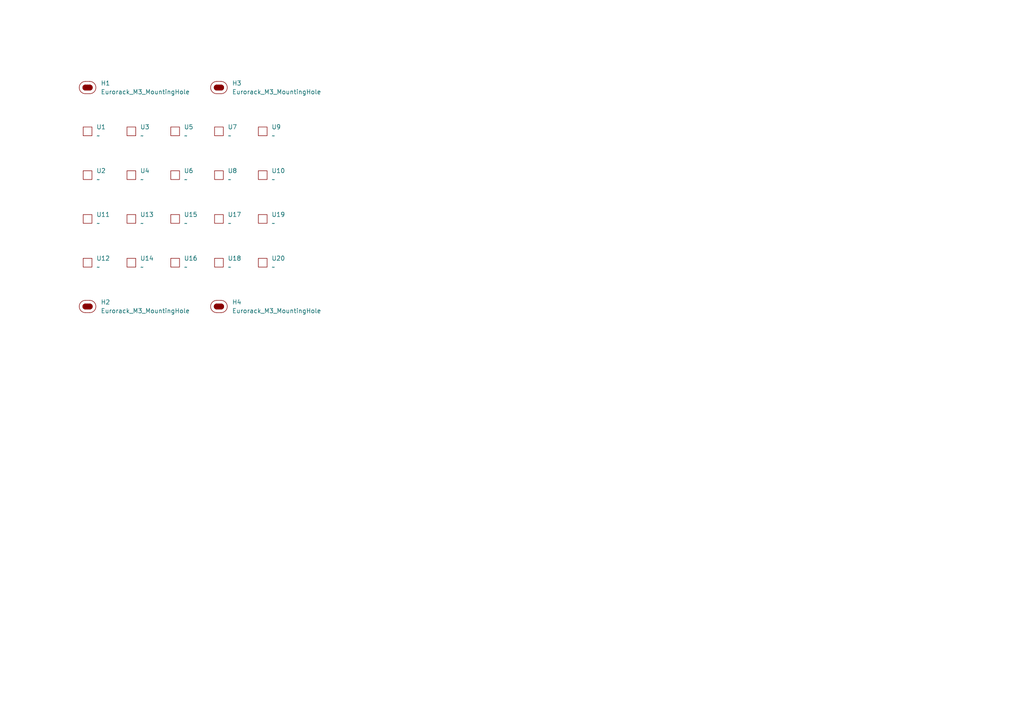
<source format=kicad_sch>
(kicad_sch (version 20250114) (generator "eeschema") (generator_version "9.0")
  (paper "A4")
  (lib_symbols
    (symbol "EXC:Eurorack_M3_MountingHole" (pin_names (offset 1.016))
      (property "Reference" "H" (at 0 5.08 0))
      (property "Value" "Eurorack_M3_MountingHole" (at 0 3.175 0))
      (symbol "Eurorack_M3_MountingHole_0_1"
        (polyline (pts (xy -0.635 0.762) (xy 0.635 0.762)))
        (circle (center -0.635 0) (radius 0.762) (fill (type outline)))
        (arc (start -0.635 -0.762) (mid -1.397 0) (end -0.635 0.762))
        (arc (start -0.635 -1.778) (mid -2.413 0) (end -0.635 1.778))
        (polyline (pts (xy -0.635 -0.762) (xy 0.635 -0.762)))
        (polyline (pts (xy -0.635 -1.778) (xy 0.635 -1.778)))
        (circle (center 0 0) (radius 0.762) (fill (type outline)))
        (polyline (pts (xy 0.635 1.778) (xy -0.635 1.778)))
        (arc (start 0.6141 1.778) (mid 2.4131 0) (end 0.6141 -1.778))
        (arc (start 0.6227 0.762) (mid 1.3971 0) (end 0.6227 -0.762))
        (circle (center 0.635 0) (radius 0.762) (fill (type outline)))
      )
    )
    (symbol "EXC:SW_CherrySwitch_Clearance_Inner"
      (property "Reference" "U" (at 0 0 0))
      (symbol "SW_CherrySwitch_Clearance_Inner_0_1"
        (rectangle (start -1.27 1.27) (end 1.27 -1.27))
      )
    )
  )
  (symbol (lib_id "EXC:SW_CherrySwitch_Clearance_Inner") (at 38.1 38.1 0) (unit 1)
    (property "Reference" "U3" (at 40.64 36.8299 0) (effects (justify left)))
    (property "Value" "~" (at 40.64 39.3699 0) (effects (justify left)))
    (property "Footprint" "EXC:SW_Cherry_MX_1.00u_Clearance" (effects (hide yes)))
  )
  (symbol (lib_id "EXC:SW_CherrySwitch_Clearance_Inner") (at 76.2 63.5 0) (unit 1)
    (property "Reference" "U19" (at 78.74 62.2299 0) (effects (justify left)))
    (property "Value" "~" (at 78.74 64.7699 0) (effects (justify left)))
    (property "Footprint" "EXC:SW_Cherry_MX_1.00u_Clearance" (effects (hide yes)))
  )
  (symbol (lib_id "EXC:SW_CherrySwitch_Clearance_Inner") (at 38.1 76.2 0) (unit 1)
    (property "Reference" "U14" (at 40.64 74.9299 0) (effects (justify left)))
    (property "Value" "~" (at 40.64 77.4699 0) (effects (justify left)))
    (property "Footprint" "EXC:SW_Cherry_MX_1.00u_Clearance" (effects (hide yes)))
  )
  (symbol (lib_id "EXC:SW_CherrySwitch_Clearance_Inner") (at 25.4 50.8 0) (unit 1)
    (property "Reference" "U2" (at 27.94 49.5299 0) (effects (justify left)))
    (property "Value" "~" (at 27.94 52.0699 0) (effects (justify left)))
    (property "Footprint" "EXC:SW_Cherry_MX_1.00u_Clearance" (effects (hide yes)))
  )
  (symbol (lib_id "EXC:SW_CherrySwitch_Clearance_Inner") (at 50.8 76.2 0) (unit 1)
    (property "Reference" "U16" (at 53.34 74.9299 0) (effects (justify left)))
    (property "Value" "~" (at 53.34 77.4699 0) (effects (justify left)))
    (property "Footprint" "EXC:SW_Cherry_MX_1.00u_Clearance" (effects (hide yes)))
  )
  (symbol (lib_id "EXC:Eurorack_M3_MountingHole") (at 63.5 25.4 0) (unit 1)
    (property "Reference" "H3" (at 67.31 24.1299 0) (effects (justify left)))
    (property "Value" "Eurorack_M3_MountingHole" (at 67.31 26.6699 0) (effects (justify left)))
    (property "Footprint" "EXC:MountingHole_3.2mm_M3" (effects (hide yes)))
    (property "Description" "Mounting Hole without connection" (effects (hide yes)))
  )
  (symbol (lib_id "EXC:SW_CherrySwitch_Clearance_Inner") (at 76.2 38.1 0) (unit 1)
    (property "Reference" "U9" (at 78.74 36.8299 0) (effects (justify left)))
    (property "Value" "~" (at 78.74 39.3699 0) (effects (justify left)))
    (property "Footprint" "EXC:SW_Cherry_MX_1.00u_Clearance" (effects (hide yes)))
  )
  (symbol (lib_id "EXC:SW_CherrySwitch_Clearance_Inner") (at 25.4 76.2 0) (unit 1)
    (property "Reference" "U12" (at 27.94 74.9299 0) (effects (justify left)))
    (property "Value" "~" (at 27.94 77.4699 0) (effects (justify left)))
    (property "Footprint" "EXC:SW_Cherry_MX_1.00u_Clearance" (effects (hide yes)))
  )
  (symbol (lib_id "EXC:SW_CherrySwitch_Clearance_Inner") (at 50.8 63.5 0) (unit 1)
    (property "Reference" "U15" (at 53.34 62.2299 0) (effects (justify left)))
    (property "Value" "~" (at 53.34 64.7699 0) (effects (justify left)))
    (property "Footprint" "EXC:SW_Cherry_MX_1.00u_Clearance" (effects (hide yes)))
  )
  (symbol (lib_id "EXC:SW_CherrySwitch_Clearance_Inner") (at 38.1 63.5 0) (unit 1)
    (property "Reference" "U13" (at 40.64 62.2299 0) (effects (justify left)))
    (property "Value" "~" (at 40.64 64.7699 0) (effects (justify left)))
    (property "Footprint" "EXC:SW_Cherry_MX_1.00u_Clearance" (effects (hide yes)))
  )
  (symbol (lib_id "EXC:SW_CherrySwitch_Clearance_Inner") (at 63.5 50.8 0) (unit 1)
    (property "Reference" "U8" (at 66.04 49.5299 0) (effects (justify left)))
    (property "Value" "~" (at 66.04 52.0699 0) (effects (justify left)))
    (property "Footprint" "EXC:SW_Cherry_MX_1.00u_Clearance" (effects (hide yes)))
  )
  (symbol (lib_id "EXC:SW_CherrySwitch_Clearance_Inner") (at 63.5 38.1 0) (unit 1)
    (property "Reference" "U7" (at 66.04 36.8299 0) (effects (justify left)))
    (property "Value" "~" (at 66.04 39.3699 0) (effects (justify left)))
    (property "Footprint" "EXC:SW_Cherry_MX_1.00u_Clearance" (effects (hide yes)))
  )
  (symbol (lib_id "EXC:Eurorack_M3_MountingHole") (at 25.4 88.9 0) (unit 1)
    (property "Reference" "H2" (at 29.21 87.6299 0) (effects (justify left)))
    (property "Value" "Eurorack_M3_MountingHole" (at 29.21 90.1699 0) (effects (justify left)))
    (property "Footprint" "EXC:MountingHole_3.2mm_M3" (effects (hide yes)))
    (property "Description" "Mounting Hole without connection" (effects (hide yes)))
  )
  (symbol (lib_id "EXC:SW_CherrySwitch_Clearance_Inner") (at 25.4 38.1 0) (unit 1)
    (property "Reference" "U1" (at 27.94 36.8299 0) (effects (justify left)))
    (property "Value" "~" (at 27.94 39.3699 0) (effects (justify left)))
    (property "Footprint" "EXC:SW_Cherry_MX_1.00u_Clearance" (effects (hide yes)))
  )
  (symbol (lib_id "EXC:Eurorack_M3_MountingHole") (at 63.5 88.9 0) (unit 1)
    (property "Reference" "H4" (at 67.31 87.6299 0) (effects (justify left)))
    (property "Value" "Eurorack_M3_MountingHole" (at 67.31 90.1699 0) (effects (justify left)))
    (property "Footprint" "EXC:MountingHole_3.2mm_M3" (effects (hide yes)))
    (property "Description" "Mounting Hole without connection" (effects (hide yes)))
  )
  (symbol (lib_id "EXC:SW_CherrySwitch_Clearance_Inner") (at 50.8 50.8 0) (unit 1)
    (property "Reference" "U6" (at 53.34 49.5299 0) (effects (justify left)))
    (property "Value" "~" (at 53.34 52.0699 0) (effects (justify left)))
    (property "Footprint" "EXC:SW_Cherry_MX_1.00u_Clearance" (effects (hide yes)))
  )
  (symbol (lib_id "EXC:SW_CherrySwitch_Clearance_Inner") (at 50.8 38.1 0) (unit 1)
    (property "Reference" "U5" (at 53.34 36.8299 0) (effects (justify left)))
    (property "Value" "~" (at 53.34 39.3699 0) (effects (justify left)))
    (property "Footprint" "EXC:SW_Cherry_MX_1.00u_Clearance" (effects (hide yes)))
  )
  (symbol (lib_id "EXC:SW_CherrySwitch_Clearance_Inner") (at 76.2 76.2 0) (unit 1)
    (property "Reference" "U20" (at 78.74 74.9299 0) (effects (justify left)))
    (property "Value" "~" (at 78.74 77.4699 0) (effects (justify left)))
    (property "Footprint" "EXC:SW_Cherry_MX_1.00u_Clearance" (effects (hide yes)))
  )
  (symbol (lib_id "EXC:SW_CherrySwitch_Clearance_Inner") (at 38.1 50.8 0) (unit 1)
    (property "Reference" "U4" (at 40.64 49.5299 0) (effects (justify left)))
    (property "Value" "~" (at 40.64 52.0699 0) (effects (justify left)))
    (property "Footprint" "EXC:SW_Cherry_MX_1.00u_Clearance" (effects (hide yes)))
  )
  (symbol (lib_id "EXC:SW_CherrySwitch_Clearance_Inner") (at 63.5 63.5 0) (unit 1)
    (property "Reference" "U17" (at 66.04 62.2299 0) (effects (justify left)))
    (property "Value" "~" (at 66.04 64.7699 0) (effects (justify left)))
    (property "Footprint" "EXC:SW_Cherry_MX_1.00u_Clearance" (effects (hide yes)))
  )
  (symbol (lib_id "EXC:SW_CherrySwitch_Clearance_Inner") (at 63.5 76.2 0) (unit 1)
    (property "Reference" "U18" (at 66.04 74.9299 0) (effects (justify left)))
    (property "Value" "~" (at 66.04 77.4699 0) (effects (justify left)))
    (property "Footprint" "EXC:SW_Cherry_MX_1.00u_Clearance" (effects (hide yes)))
  )
  (symbol (lib_id "EXC:Eurorack_M3_MountingHole") (at 25.4 25.4 0) (unit 1)
    (property "Reference" "H1" (at 29.21 24.1299 0) (effects (justify left)))
    (property "Value" "Eurorack_M3_MountingHole" (at 29.21 26.6699 0) (effects (justify left)))
    (property "Footprint" "EXC:MountingHole_3.2mm_M3" (effects (hide yes)))
    (property "Description" "Mounting Hole without connection" (effects (hide yes)))
  )
  (symbol (lib_id "EXC:SW_CherrySwitch_Clearance_Inner") (at 76.2 50.8 0) (unit 1)
    (property "Reference" "U10" (at 78.74 49.5299 0) (effects (justify left)))
    (property "Value" "~" (at 78.74 52.0699 0) (effects (justify left)))
    (property "Footprint" "EXC:SW_Cherry_MX_1.00u_Clearance" (effects (hide yes)))
  )
  (symbol (lib_id "EXC:SW_CherrySwitch_Clearance_Inner") (at 25.4 63.5 0) (unit 1)
    (property "Reference" "U11" (at 27.94 62.2299 0) (effects (justify left)))
    (property "Value" "~" (at 27.94 64.7699 0) (effects (justify left)))
    (property "Footprint" "EXC:SW_Cherry_MX_1.00u_Clearance" (effects (hide yes)))
  )
)
</source>
